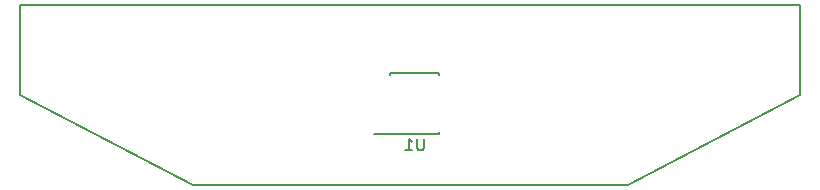
<source format=gbo>
%TF.GenerationSoftware,KiCad,Pcbnew,4.0.7-e2-6376~58~ubuntu16.04.1*%
%TF.CreationDate,2018-01-05T22:29:52-05:00*%
%TF.ProjectId,GarageFrontPanel,47617261676546726F6E7450616E656C,rev?*%
%TF.FileFunction,Legend,Bot*%
%FSLAX46Y46*%
G04 Gerber Fmt 4.6, Leading zero omitted, Abs format (unit mm)*
G04 Created by KiCad (PCBNEW 4.0.7-e2-6376~58~ubuntu16.04.1) date Fri Jan  5 22:29:52 2018*
%MOMM*%
%LPD*%
G01*
G04 APERTURE LIST*
%ADD10C,0.150000*%
%ADD11C,0.127000*%
G04 APERTURE END LIST*
D10*
D11*
X139065000Y-104140000D02*
X175895000Y-104140000D01*
X190500000Y-96520000D02*
X190500000Y-88900000D01*
X175895000Y-104140000D02*
X190500000Y-96520000D01*
X124460000Y-96520000D02*
X139065000Y-104140000D01*
X124460000Y-88900000D02*
X124460000Y-96520000D01*
X190500000Y-88900000D02*
X124460000Y-88900000D01*
D10*
X155786000Y-99857000D02*
X155786000Y-99807000D01*
X159936000Y-99857000D02*
X159936000Y-99712000D01*
X159936000Y-94707000D02*
X159936000Y-94852000D01*
X155786000Y-94707000D02*
X155786000Y-94852000D01*
X155786000Y-99857000D02*
X159936000Y-99857000D01*
X155786000Y-94707000D02*
X159936000Y-94707000D01*
X155786000Y-99807000D02*
X154386000Y-99807000D01*
X158622905Y-100234381D02*
X158622905Y-101043905D01*
X158575286Y-101139143D01*
X158527667Y-101186762D01*
X158432429Y-101234381D01*
X158241952Y-101234381D01*
X158146714Y-101186762D01*
X158099095Y-101139143D01*
X158051476Y-101043905D01*
X158051476Y-100234381D01*
X157051476Y-101234381D02*
X157622905Y-101234381D01*
X157337191Y-101234381D02*
X157337191Y-100234381D01*
X157432429Y-100377238D01*
X157527667Y-100472476D01*
X157622905Y-100520095D01*
M02*

</source>
